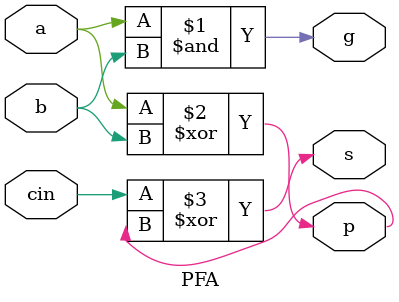
<source format=v>
module PFA(input a, input b, input cin, output s, output g, output p);

assign g = a & b;
assign p = a ^ b;
assign s = cin ^ p;

endmodule
</source>
